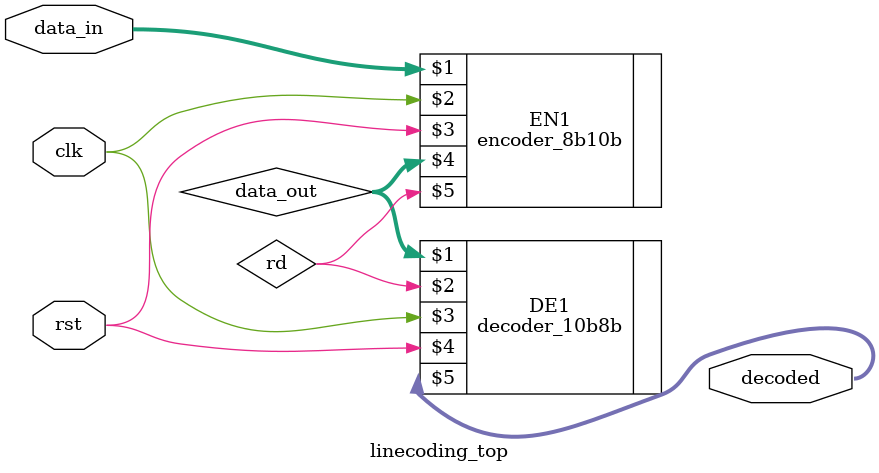
<source format=v>
`timescale 1ns / 1ps


module linecoding_top(
    input wire [7:0] data_in,
    input wire       clk,
    input wire       rst,
    output wire [7:0] decoded);
    
    wire rd;
    wire [9:0] data_out;
    
    encoder_8b10b EN1(data_in,clk,rst,data_out,rd);
    decoder_10b8b DE1(data_out,rd,clk,rst,decoded);
    
endmodule

</source>
